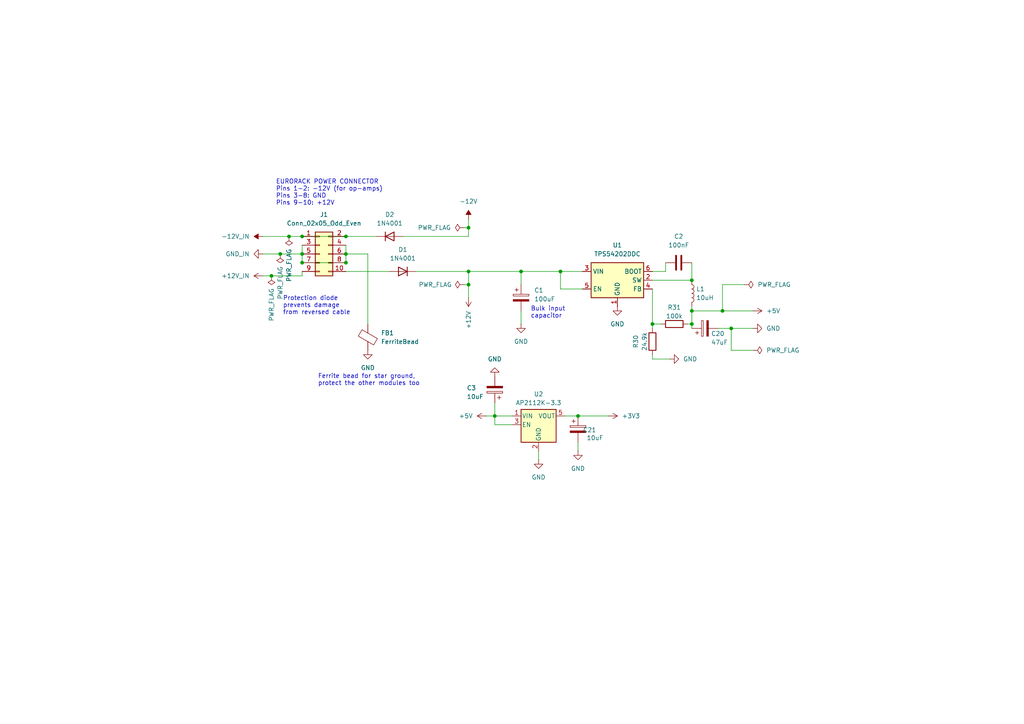
<source format=kicad_sch>
(kicad_sch (version 20250114) (generator "eeschema") (generator_version "9.0")
  (paper "A4")
  (title_block (title "SENGBARD - Power Supply") (date "2025-01-26") (rev "0.2") (comment 1 "Eurorack Power Input") (comment 2 "Buck Converters for 3.3V and 5V"))
  (lib_symbols
    (symbol "Connector_Generic:Conn_02x05_Odd_Even" (pin_names (offset 1.016) (hide yes))
      (property "Reference" "J" (at 1.27 7.62 0))
      (property "Value" "Conn_02x05_Odd_Even" (at 1.27 -7.62 0))
      (symbol "Conn_02x05_Odd_Even_1_1"
        (rectangle (start -1.27 6.35) (end 3.81 -6.35) (stroke (width 0.254)) (fill (type background)))
        (rectangle (start -1.27 5.207) (end 0 4.953) (stroke (width 0.1524)))
        (rectangle (start -1.27 2.667) (end 0 2.413) (stroke (width 0.1524)))
        (rectangle (start -1.27 0.127) (end 0 -0.127) (stroke (width 0.1524)))
        (rectangle (start -1.27 -2.413) (end 0 -2.667) (stroke (width 0.1524)))
        (rectangle (start -1.27 -4.953) (end 0 -5.207) (stroke (width 0.1524)))
        (rectangle (start 3.81 5.207) (end 2.54 4.953) (stroke (width 0.1524)))
        (rectangle (start 3.81 2.667) (end 2.54 2.413) (stroke (width 0.1524)))
        (rectangle (start 3.81 0.127) (end 2.54 -0.127) (stroke (width 0.1524)))
        (rectangle (start 3.81 -2.413) (end 2.54 -2.667) (stroke (width 0.1524)))
        (rectangle (start 3.81 -4.953) (end 2.54 -5.207) (stroke (width 0.1524)))
        (pin passive line (at -5.08 5.08 0) (length 3.81) (name "Pin_1") (number "1"))
        (pin passive line (at -5.08 2.54 0) (length 3.81) (name "Pin_3") (number "3"))
        (pin passive line (at -5.08 0 0) (length 3.81) (name "Pin_5") (number "5"))
        (pin passive line (at -5.08 -2.54 0) (length 3.81) (name "Pin_7") (number "7"))
        (pin passive line (at -5.08 -5.08 0) (length 3.81) (name "Pin_9") (number "9"))
        (pin passive line (at 7.62 5.08 180) (length 3.81) (name "Pin_2") (number "2"))
        (pin passive line (at 7.62 2.54 180) (length 3.81) (name "Pin_4") (number "4"))
        (pin passive line (at 7.62 0 180) (length 3.81) (name "Pin_6") (number "6"))
        (pin passive line (at 7.62 -2.54 180) (length 3.81) (name "Pin_8") (number "8"))
        (pin passive line (at 7.62 -5.08 180) (length 3.81) (name "Pin_10") (number "10"))
      )
    )
    (symbol "Device:C" (pin_numbers (hide yes)) (pin_names (offset 0.254))
      (property "Reference" "C" (at 0.635 2.54 0))
      (property "Value" "C" (at 0.635 -2.54 0))
      (symbol "C_0_1"
        (polyline (pts (xy -2.032 0.762) (xy 2.032 0.762)) (stroke (width 0.508)))
        (polyline (pts (xy -2.032 -0.762) (xy 2.032 -0.762)) (stroke (width 0.508)))
      )
      (symbol "C_1_1"
        (pin passive line (at 0 3.81 270) (length 2.794) (name "~") (number "1"))
        (pin passive line (at 0 -3.81 90) (length 2.794) (name "~") (number "2"))
      )
    )
    (symbol "Device:C_Polarized" (pin_numbers (hide yes)) (pin_names (offset 0.254))
      (property "Reference" "C" (at 0.635 2.54 0))
      (property "Value" "C_Polarized" (at 0.635 -2.54 0))
      (symbol "C_Polarized_0_1"
        (rectangle (start -2.286 0.508) (end 2.286 1.016))
        (polyline (pts (xy -1.778 2.286) (xy -0.762 2.286)))
        (polyline (pts (xy -1.27 2.794) (xy -1.27 1.778)))
        (rectangle (start 2.286 -0.508) (end -2.286 -1.016) (fill (type outline)))
      )
      (symbol "C_Polarized_1_1"
        (pin passive line (at 0 3.81 270) (length 2.794) (name "~") (number "1"))
        (pin passive line (at 0 -3.81 90) (length 2.794) (name "~") (number "2"))
      )
    )
    (symbol "Device:FerriteBead" (pin_numbers (hide yes)) (pin_names (offset 0))
      (property "Reference" "FB" (at -3.81 0.635 90))
      (property "Value" "FerriteBead" (at 3.81 0 90))
      (symbol "FerriteBead_0_1"
        (polyline (pts (xy -2.7686 0.4064) (xy -1.7018 2.2606) (xy 2.7686 -0.3048) (xy 1.6764 -2.159) (xy -2.7686 0.4064)))
        (polyline (pts (xy 0 1.27) (xy 0 1.2954)))
        (polyline (pts (xy 0 -1.27) (xy 0 -1.2192)))
      )
      (symbol "FerriteBead_1_1"
        (pin passive line (at 0 3.81 270) (length 2.54) (name "~") (number "1"))
        (pin passive line (at 0 -3.81 90) (length 2.54) (name "~") (number "2"))
      )
    )
    (symbol "Device:L" (pin_numbers (hide yes)) (pin_names (offset 1.016) (hide yes))
      (property "Reference" "L" (at -1.27 0 90))
      (property "Value" "L" (at 1.905 0 90))
      (symbol "L_0_1"
        (arc (start 0 2.54) (mid 0.6323 1.905) (end 0 1.27))
        (arc (start 0 1.27) (mid 0.6323 0.635) (end 0 0))
        (arc (start 0 0) (mid 0.6323 -0.635) (end 0 -1.27))
        (arc (start 0 -1.27) (mid 0.6323 -1.905) (end 0 -2.54))
      )
      (symbol "L_1_1"
        (pin passive line (at 0 3.81 270) (length 1.27) (name "1") (number "1"))
        (pin passive line (at 0 -3.81 90) (length 1.27) (name "2") (number "2"))
      )
    )
    (symbol "Device:R" (pin_numbers (hide yes)) (pin_names (offset 0))
      (property "Reference" "R" (at 2.032 0 90))
      (property "Value" "R" (at 0 0 90))
      (symbol "R_0_1"
        (rectangle (start -1.016 -2.54) (end 1.016 2.54) (stroke (width 0.254)))
      )
      (symbol "R_1_1"
        (pin passive line (at 0 3.81 270) (length 1.27) (name "~") (number "1"))
        (pin passive line (at 0 -3.81 90) (length 1.27) (name "~") (number "2"))
      )
    )
    (symbol "Diode:1N4001" (pin_numbers (hide yes)) (pin_names (hide yes))
      (property "Reference" "D" (at 0 2.54 0))
      (property "Value" "1N4001" (at 0 -2.54 0))
      (symbol "1N4001_0_1"
        (polyline (pts (xy -1.27 1.27) (xy -1.27 -1.27)) (stroke (width 0.254)))
        (polyline (pts (xy 1.27 1.27) (xy 1.27 -1.27) (xy -1.27 0) (xy 1.27 1.27)) (stroke (width 0.254)))
        (polyline (pts (xy 1.27 0) (xy -1.27 0)))
      )
      (symbol "1N4001_1_1"
        (pin passive line (at -3.81 0 0) (length 2.54) (name "K") (number "1"))
        (pin passive line (at 3.81 0 180) (length 2.54) (name "A") (number "2"))
      )
    )
    (symbol "GND_2" (power) (pin_numbers (hide yes)) (pin_names (offset 0) (hide yes))
      (property "Value" "GND" (at 0 -3.81 0))
      (symbol "GND_2_0_1"
        (polyline (pts (xy 0 0) (xy 0 -1.27) (xy 1.27 -1.27) (xy 0 -2.54) (xy -1.27 -1.27) (xy 0 -1.27)))
      )
      (symbol "GND_2_1_1"
        (pin power_in line (at 0 0 270) (length 0) (name "~") (number "1"))
      )
    )
    (symbol "GND_3" (power) (pin_numbers (hide yes)) (pin_names (offset 0) (hide yes))
      (property "Value" "GND" (at 0 -3.81 0))
      (symbol "GND_3_0_1"
        (polyline (pts (xy 0 0) (xy 0 -1.27) (xy 1.27 -1.27) (xy 0 -2.54) (xy -1.27 -1.27) (xy 0 -1.27)))
      )
      (symbol "GND_3_1_1"
        (pin power_in line (at 0 0 270) (length 0) (name "~") (number "1"))
      )
    )
    (symbol "Regulator_Linear:AP2112K-3.3" (pin_names (offset 0.254))
      (property "Reference" "U" (at -5.08 5.715 0))
      (property "Value" "AP2112K-3.3" (at 0 5.715 0))
      (symbol "AP2112K-3.3_0_1"
        (rectangle (start -5.08 4.445) (end 5.08 -5.08) (stroke (width 0.254)) (fill (type background)))
      )
      (symbol "AP2112K-3.3_1_1"
        (pin power_in line (at -7.62 2.54 0) (length 2.54) (name "VIN") (number "1"))
        (pin input line (at -7.62 0 0) (length 2.54) (name "EN") (number "3"))
        (pin power_in line (at 0 -7.62 90) (length 2.54) (name "GND") (number "2"))
        (pin no_connect line (at 5.08 0 180) (length 2.54) (hide yes) (name "NC") (number "4"))
        (pin power_out line (at 7.62 2.54 180) (length 2.54) (name "VOUT") (number "5"))
      )
    )
    (symbol "Regulator_Switching:TPS54202DDC"
      (property "Reference" "U" (at -7.62 6.35 0))
      (property "Value" "TPS54202DDC" (at 0 6.35 0))
      (symbol "TPS54202DDC_0_1"
        (rectangle (start -7.62 5.08) (end 7.62 -5.08) (stroke (width 0.254)) (fill (type background)))
      )
      (symbol "TPS54202DDC_1_1"
        (pin power_in line (at -10.16 2.54 0) (length 2.54) (name "VIN") (number "3"))
        (pin input line (at -10.16 -2.54 0) (length 2.54) (name "EN") (number "5"))
        (pin power_in line (at 0 -7.62 90) (length 2.54) (name "GND") (number "1"))
        (pin passive line (at 10.16 2.54 180) (length 2.54) (name "BOOT") (number "6"))
        (pin power_out line (at 10.16 0 180) (length 2.54) (name "SW") (number "2"))
        (pin input line (at 10.16 -2.54 180) (length 2.54) (name "FB") (number "4"))
      )
    )
    (symbol "power:+12V" (power) (pin_numbers (hide yes)) (pin_names (offset 0) (hide yes))
      (property "Value" "+12V" (at 0 3.556 0))
      (symbol "+12V_0_1"
        (polyline (pts (xy -0.762 1.27) (xy 0 2.54)))
        (polyline (pts (xy 0 2.54) (xy 0.762 1.27)))
        (polyline (pts (xy 0 0) (xy 0 2.54)))
      )
      (symbol "+12V_1_1"
        (pin power_in line (at 0 0 90) (length 0) (name "~") (number "1"))
      )
    )
    (symbol "power:+3V3" (power) (pin_numbers (hide yes)) (pin_names (offset 0) (hide yes))
      (property "Value" "+3V3" (at 0 3.556 0))
      (symbol "+3V3_0_1"
        (polyline (pts (xy -0.762 1.27) (xy 0 2.54)))
        (polyline (pts (xy 0 2.54) (xy 0.762 1.27)))
        (polyline (pts (xy 0 0) (xy 0 2.54)))
      )
      (symbol "+3V3_1_1"
        (pin power_in line (at 0 0 90) (length 0) (name "~") (number "1"))
      )
    )
    (symbol "power:+5V" (power) (pin_numbers (hide yes)) (pin_names (offset 0) (hide yes))
      (property "Value" "+5V" (at 0 3.556 0))
      (symbol "+5V_0_1"
        (polyline (pts (xy -0.762 1.27) (xy 0 2.54)))
        (polyline (pts (xy 0 2.54) (xy 0.762 1.27)))
        (polyline (pts (xy 0 0) (xy 0 2.54)))
      )
      (symbol "+5V_1_1"
        (pin power_in line (at 0 0 90) (length 0) (name "~") (number "1"))
      )
    )
    (symbol "power:-12V" (power) (pin_numbers (hide yes)) (pin_names (offset 0) (hide yes))
      (property "Value" "-12V" (at 0 3.556 0))
      (symbol "-12V_0_0"
        (pin power_in line (at 0 0 90) (length 0) (name "~") (number "1"))
      )
      (symbol "-12V_0_1"
        (polyline (pts (xy 0 0) (xy 0 1.27) (xy 0.762 1.27) (xy 0 2.54) (xy -0.762 1.27) (xy 0 1.27)) (fill (type outline)))
      )
    )
    (symbol "power:PWR_FLAG" (power) (pin_numbers (hide yes)) (pin_names (offset 0) (hide yes))
      (property "Value" "PWR_FLAG" (at 0 3.81 0))
      (symbol "PWR_FLAG_0_0"
        (pin power_out line (at 0 0 90) (length 0) (name "~") (number "1"))
      )
      (symbol "PWR_FLAG_0_1"
        (polyline (pts (xy 0 0) (xy 0 1.27) (xy -1.016 1.905) (xy 0 2.54) (xy 1.016 1.905) (xy 0 1.27)))
      )
    )
  )
  (text "Ferrite bead for star ground,\nprotect the other modules too" (at 92.202 110.236 0) (effects (font (size 1.27 1.27)) (justify left)))
  (text "EURORACK POWER CONNECTOR\nPins 1-2: -12V (for op-amps)\nPins 3-8: GND\nPins 9-10: +12V" (at 80.01 55.88 0) (effects (font (size 1.27 1.27)) (justify left)))
  (text "Bulk input\ncapacitor" (at 153.924 90.678 0) (effects (font (size 1.27 1.27)) (justify left)))
  (text "Protection diode\nprevents damage\nfrom reversed cable" (at 82.042 88.646 0) (effects (font (size 1.27 1.27)) (justify left)))
  (junction (at 87.63 68.58))
  (junction (at 135.89 78.74))
  (junction (at 83.82 68.58))
  (junction (at 200.66 81.28))
  (junction (at 200.66 93.98))
  (junction (at 87.63 73.66))
  (junction (at 78.74 80.01))
  (junction (at 87.63 76.2))
  (junction (at 100.33 68.58))
  (junction (at 167.64 120.65))
  (junction (at 162.56 78.74))
  (junction (at 143.51 120.65))
  (junction (at 100.33 76.2))
  (junction (at 135.89 66.04))
  (junction (at 151.13 78.74))
  (junction (at 100.33 73.66))
  (junction (at 135.89 82.55))
  (junction (at 189.23 93.98))
  (junction (at 212.09 95.25))
  (junction (at 209.55 90.17))
  (junction (at 81.28 73.66))
  (junction (at 200.66 90.17))
  (wire (pts (xy 209.55 82.55) (xy 209.55 90.17)))
  (wire (pts (xy 200.66 90.17) (xy 209.55 90.17)))
  (wire (pts (xy 134.62 66.04) (xy 135.89 66.04)))
  (wire (pts (xy 200.66 90.17) (xy 200.66 93.98)))
  (wire (pts (xy 120.65 78.74) (xy 135.89 78.74)))
  (wire (pts (xy 200.66 93.98) (xy 200.66 95.25)))
  (wire (pts (xy 100.33 78.74) (xy 113.03 78.74)))
  (wire (pts (xy 134.62 82.55) (xy 135.89 82.55)))
  (wire (pts (xy 135.89 86.36) (xy 135.89 82.55)))
  (wire (pts (xy 100.33 73.66) (xy 100.33 76.2)))
  (wire (pts (xy 156.21 130.81) (xy 156.21 133.35)))
  (wire (pts (xy 87.63 71.12) (xy 87.63 73.66)))
  (wire (pts (xy 163.83 120.65) (xy 167.64 120.65)))
  (wire (pts (xy 189.23 81.28) (xy 200.66 81.28)))
  (wire (pts (xy 167.64 120.65) (xy 176.53 120.65)))
  (wire (pts (xy 83.82 68.58) (xy 87.63 68.58)))
  (wire (pts (xy 143.51 123.19) (xy 143.51 120.65)))
  (wire (pts (xy 218.44 95.25) (xy 212.09 95.25)))
  (wire (pts (xy 200.66 76.2) (xy 200.66 81.28)))
  (wire (pts (xy 135.89 66.04) (xy 135.89 63.5)))
  (wire (pts (xy 218.44 101.6) (xy 212.09 101.6)))
  (wire (pts (xy 81.28 73.66) (xy 87.63 73.66)))
  (wire (pts (xy 76.2 80.01) (xy 78.74 80.01)))
  (wire (pts (xy 135.89 68.58) (xy 135.89 66.04)))
  (wire (pts (xy 87.63 73.66) (xy 87.63 76.2)))
  (wire (pts (xy 189.23 95.25) (xy 189.23 93.98)))
  (wire (pts (xy 189.23 78.74) (xy 193.04 78.74)))
  (wire (pts (xy 209.55 90.17) (xy 218.44 90.17)))
  (wire (pts (xy 215.9 82.55) (xy 209.55 82.55)))
  (wire (pts (xy 100.33 71.12) (xy 100.33 73.66)))
  (wire (pts (xy 135.89 78.74) (xy 151.13 78.74)))
  (wire (pts (xy 199.39 93.98) (xy 200.66 93.98)))
  (wire (pts (xy 162.56 78.74) (xy 168.91 78.74)))
  (wire (pts (xy 212.09 101.6) (xy 212.09 95.25)))
  (wire (pts (xy 106.68 93.98) (xy 106.68 73.66)))
  (wire (pts (xy 168.91 83.82) (xy 162.56 83.82)))
  (wire (pts (xy 189.23 93.98) (xy 191.77 93.98)))
  (wire (pts (xy 100.33 76.2) (xy 87.63 76.2)))
  (wire (pts (xy 87.63 68.58) (xy 100.33 68.58)))
  (wire (pts (xy 194.31 104.14) (xy 189.23 104.14)))
  (wire (pts (xy 76.2 68.58) (xy 83.82 68.58)))
  (wire (pts (xy 189.23 104.14) (xy 189.23 102.87)))
  (wire (pts (xy 87.63 80.01) (xy 87.63 78.74)))
  (wire (pts (xy 151.13 90.17) (xy 151.13 93.98)))
  (wire (pts (xy 116.84 68.58) (xy 135.89 68.58)))
  (wire (pts (xy 143.51 116.84) (xy 143.51 120.65)))
  (wire (pts (xy 143.51 120.65) (xy 148.59 120.65)))
  (wire (pts (xy 212.09 95.25) (xy 208.28 95.25)))
  (wire (pts (xy 148.59 123.19) (xy 143.51 123.19)))
  (wire (pts (xy 162.56 83.82) (xy 162.56 78.74)))
  (wire (pts (xy 78.74 80.01) (xy 87.63 80.01)))
  (wire (pts (xy 135.89 78.74) (xy 135.89 82.55)))
  (wire (pts (xy 200.66 88.9) (xy 200.66 90.17)))
  (wire (pts (xy 106.68 73.66) (xy 100.33 73.66)))
  (wire (pts (xy 193.04 76.2) (xy 193.04 78.74)))
  (wire (pts (xy 151.13 78.74) (xy 151.13 82.55)))
  (wire (pts (xy 189.23 93.98) (xy 189.23 83.82)))
  (wire (pts (xy 100.33 68.58) (xy 109.22 68.58)))
  (wire (pts (xy 151.13 78.74) (xy 162.56 78.74)))
  (wire (pts (xy 140.97 120.65) (xy 143.51 120.65)))
  (wire (pts (xy 76.2 73.66) (xy 81.28 73.66)))
  (wire (pts (xy 167.64 128.27) (xy 167.64 130.81)))
  (symbol (lib_id "Connector_Generic:Conn_02x05_Odd_Even") (at 92.71 73.66 0) (unit 1)
    (property "Reference" "J1" (at 93.98 62.23 0))
    (property "Value" "Conn_02x05_Odd_Even" (at 93.98 64.77 0))
    (property "Footprint" "Connector_IDC:IDC-Header_2x05_P2.54mm_Vertical" (effects (hide yes)))
    (property "Description" "Generic connector, double row, 02x05, odd/even pin numbering scheme (row 1 odd numbers, row 2 even numbers), script generated (kicad-library-utils/schlib/autogen/connector/)" (effects (hide yes)))
  )
  (symbol (lib_id "Device:C") (at 196.85 76.2 90) (unit 1)
    (property "Reference" "C2" (at 196.85 68.58 90))
    (property "Value" "100nF" (at 196.85 71.12 90))
    (property "Footprint" "Capacitor_SMD:C_0603_1608Metric" (effects (hide yes)))
    (property "Description" "Unpolarized capacitor" (effects (hide yes)))
  )
  (symbol (lib_name "GND_3") (lib_id "power:GND") (at 179.07 88.9 0) (unit 1)
    (property "Reference" "#PWR057" (effects (hide yes)))
    (property "Value" "GND" (at 179.07 93.98 0))
    (property "Description" "Power symbol creates a global label with name \"GND\" , ground" (effects (hide yes)))
  )
  (symbol (lib_name "GND_3") (lib_id "power:GND") (at 167.64 130.81 0) (unit 1)
    (property "Reference" "#PWR077" (effects (hide yes)))
    (property "Value" "GND" (at 167.64 135.89 0))
    (property "Description" "Power symbol creates a global label with name \"GND\" , ground" (effects (hide yes)))
  )
  (symbol (lib_id "power:+3V3") (at 176.53 120.65 270) (unit 1)
    (property "Reference" "#PWR064" (effects (hide yes)))
    (property "Value" "+3V3" (at 180.34 120.6499 90) (effects (justify left)))
    (property "Description" "Power symbol creates a global label with name \"+3V3\"" (effects (hide yes)))
  )
  (symbol (lib_id "power:PWR_FLAG") (at 218.44 101.6 270) (unit 1)
    (property "Reference" "#FLG07" (effects (hide yes)))
    (property "Value" "PWR_FLAG" (at 222.25 101.5999 90) (effects (justify left)))
    (property "Description" "Special symbol for telling ERC where power comes from" (effects (hide yes)))
  )
  (symbol (lib_id "power:PWR_FLAG") (at 83.82 68.58 180) (unit 1)
    (property "Reference" "#FLG06" (effects (hide yes)))
    (property "Value" "PWR_FLAG" (at 83.82 76.962 90))
    (property "Description" "Special symbol for telling ERC where power comes from" (effects (hide yes)))
  )
  (symbol (lib_name "GND_3") (lib_id "power:GND") (at 106.68 101.6 0) (unit 1)
    (property "Reference" "#PWR069" (effects (hide yes)))
    (property "Value" "GND" (at 106.68 106.68 0))
    (property "Description" "Power symbol creates a global label with name \"GND\" , ground" (effects (hide yes)))
  )
  (symbol (lib_name "GND_3") (lib_id "power:GND") (at 156.21 133.35 0) (unit 1)
    (property "Reference" "#PWR063" (effects (hide yes)))
    (property "Value" "GND" (at 156.21 138.43 0))
    (property "Description" "Power symbol creates a global label with name \"GND\" , ground" (effects (hide yes)))
  )
  (symbol (lib_id "Regulator_Switching:TPS54202DDC") (at 179.07 81.28 0) (unit 1)
    (property "Reference" "U1" (at 179.07 71.12 0))
    (property "Value" "TPS54202DDC" (at 179.07 73.66 0))
    (property "Footprint" "Package_TO_SOT_SMD:SOT-23-6" (effects (hide yes)))
    (property "Datasheet" "http://www.ti.com/lit/ds/symlink/tps54202.pdf" (effects (hide yes)))
    (property "Description" "2A, 4.5 to 28V Input, EMI Friendly integrated switch synchronous step-down regulator, pulse-skipping, SOT-23-6" (effects (hide yes)))
  )
  (symbol (lib_id "Diode:1N4001") (at 113.03 68.58 0) (unit 1)
    (property "Reference" "D2" (at 113.03 62.23 0))
    (property "Value" "1N4001" (at 113.03 64.77 0))
    (property "Footprint" "Diode_THT:D_DO-41_SOD81_P10.16mm_Horizontal" (effects (hide yes)))
    (property "Datasheet" "http://www.vishay.com/docs/88503/1n4001.pdf" (effects (hide yes)))
    (property "Description" "50V 1A General Purpose Rectifier Diode, DO-41" (effects (hide yes)))
    (property "Sim.Device" "D" (effects (hide yes)))
    (property "Sim.Pins" "1=K 2=A" (effects (hide yes)))
  )
  (symbol (lib_id "power:+5V") (at 218.44 90.17 270) (unit 1)
    (property "Reference" "#PWR061" (effects (hide yes)))
    (property "Value" "+5V" (at 222.25 90.1699 90) (effects (justify left)))
    (property "Description" "Power symbol creates a global label with name \"+5V\"" (effects (hide yes)))
  )
  (symbol (lib_name "GND_3") (lib_id "power:GND") (at 194.31 104.14 90) (unit 1)
    (property "Reference" "#PWR058" (effects (hide yes)))
    (property "Value" "GND" (at 198.12 104.1399 90) (effects (justify right)))
    (property "Description" "Power symbol creates a global label with name \"GND\" , ground" (effects (hide yes)))
  )
  (symbol (lib_id "Device:FerriteBead") (at 106.68 97.79 180) (unit 1)
    (property "Reference" "FB1" (at 110.49 96.5707 0) (effects (justify right)))
    (property "Value" "FerriteBead" (at 110.49 99.1107 0) (effects (justify right)))
    (property "Footprint" "Inductor_SMD:L_Eaton_MCL2012V1" (effects (hide yes)))
    (property "Description" "Ferrite bead" (effects (hide yes)))
  )
  (symbol (lib_id "power:PWR_FLAG") (at 134.62 66.04 90) (unit 1)
    (property "Reference" "#FLG02" (effects (hide yes)))
    (property "Value" "PWR_FLAG" (at 130.81 66.0399 90) (effects (justify left)))
    (property "Description" "Special symbol for telling ERC where power comes from" (effects (hide yes)))
  )
  (symbol (lib_id "Device:C_Polarized") (at 143.51 113.03 180) (unit 1)
    (property "Reference" "C3" (at 135.382 112.522 0) (effects (justify right)))
    (property "Value" "10uF" (at 135.382 115.062 0) (effects (justify right)))
    (property "Footprint" "Capacitor_SMD:C_0805_2012Metric" (effects (hide yes)))
    (property "Description" "Polarized capacitor" (effects (hide yes)))
  )
  (symbol (lib_name "GND_2") (lib_id "power:GND") (at 76.2 73.66 270) (unit 1)
    (property "Reference" "#PWR054" (effects (hide yes)))
    (property "Value" "GND_IN" (at 72.39 73.6599 90) (effects (justify right)))
    (property "Description" "Power symbol creates a global label with name \"GND\" , ground" (effects (hide yes)))
  )
  (symbol (lib_id "power:PWR_FLAG") (at 81.28 73.66 180) (unit 1)
    (property "Reference" "#FLG05" (effects (hide yes)))
    (property "Value" "PWR_FLAG" (at 81.28 82.042 90))
    (property "Description" "Special symbol for telling ERC where power comes from" (effects (hide yes)))
  )
  (symbol (lib_name "GND_3") (lib_id "power:GND") (at 151.13 93.98 0) (unit 1)
    (property "Reference" "#PWR059" (effects (hide yes)))
    (property "Value" "GND" (at 151.13 99.06 0))
    (property "Description" "Power symbol creates a global label with name \"GND\" , ground" (effects (hide yes)))
  )
  (symbol (lib_id "Device:L") (at 200.66 85.09 0) (unit 1)
    (property "Reference" "L1" (at 201.93 83.8199 0) (effects (justify left)))
    (property "Value" "10uH" (at 201.93 86.3599 0) (effects (justify left)))
    (property "Footprint" "Inductor_SMD:L_0201_0603Metric_Pad0.64x0.40mm_HandSolder" (effects (hide yes)))
    (property "Description" "Inductor" (effects (hide yes)))
  )
  (symbol (lib_id "Device:C_Polarized") (at 167.64 124.46 0) (unit 1)
    (property "Reference" "C21" (at 172.974 124.714 0) (effects (justify right)))
    (property "Value" "10uF" (at 175.006 127 0) (effects (justify right)))
    (property "Footprint" "Capacitor_SMD:C_0805_2012Metric" (effects (hide yes)))
    (property "Description" "Polarized capacitor" (effects (hide yes)))
  )
  (symbol (lib_id "power:+12V") (at 135.89 86.36 180) (unit 1)
    (property "Reference" "#PWR056" (effects (hide yes)))
    (property "Value" "+12V" (at 135.8901 90.17 90) (effects (justify left)))
    (property "Description" "Power symbol creates a global label with name \"+12V\"" (effects (hide yes)))
  )
  (symbol (lib_id "Device:C_Polarized") (at 204.47 95.25 90) (unit 1)
    (property "Reference" "C20" (at 206.248 96.774 90) (effects (justify right)))
    (property "Value" "47uF" (at 206.248 99.314 90) (effects (justify right)))
    (property "Footprint" "Capacitor_SMD:C_1206_3216Metric" (effects (hide yes)))
    (property "Description" "Polarized capacitor" (effects (hide yes)))
  )
  (symbol (lib_id "Diode:1N4001") (at 116.84 78.74 180) (unit 1)
    (property "Reference" "D1" (at 116.84 72.39 0))
    (property "Value" "1N4001" (at 116.84 74.93 0))
    (property "Footprint" "Diode_THT:D_DO-41_SOD81_P10.16mm_Horizontal" (effects (hide yes)))
    (property "Datasheet" "http://www.vishay.com/docs/88503/1n4001.pdf" (effects (hide yes)))
    (property "Description" "50V 1A General Purpose Rectifier Diode, DO-41" (effects (hide yes)))
    (property "Sim.Device" "D" (effects (hide yes)))
    (property "Sim.Pins" "1=K 2=A" (effects (hide yes)))
  )
  (symbol (lib_id "power:+12V") (at 76.2 80.01 90) (unit 1)
    (property "Reference" "#PWR053" (effects (hide yes)))
    (property "Value" "+12V_IN" (at 72.39 80.0099 90) (effects (justify left)))
    (property "Description" "Power symbol creates a global label with name \"+12V\"" (effects (hide yes)))
  )
  (symbol (lib_id "Device:R") (at 189.23 99.06 0) (unit 1)
    (property "Reference" "R30" (at 184.404 99.06 90))
    (property "Value" "24.9k" (at 186.944 99.06 90))
    (property "Footprint" "Resistor_SMD:R_0201_0603Metric_Pad0.64x0.40mm_HandSolder" (effects (hide yes)))
    (property "Description" "Resistor" (effects (hide yes)))
  )
  (symbol (lib_id "power:+5V") (at 140.97 120.65 90) (unit 1)
    (property "Reference" "#PWR060" (effects (hide yes)))
    (property "Value" "+5V" (at 137.16 120.6499 90) (effects (justify left)))
    (property "Description" "Power symbol creates a global label with name \"+5V\"" (effects (hide yes)))
  )
  (symbol (lib_id "power:PWR_FLAG") (at 215.9 82.55 270) (unit 1)
    (property "Reference" "#FLG03" (effects (hide yes)))
    (property "Value" "PWR_FLAG" (at 219.71 82.5499 90) (effects (justify left)))
    (property "Description" "Special symbol for telling ERC where power comes from" (effects (hide yes)))
  )
  (symbol (lib_id "Device:C_Polarized") (at 151.13 86.36 0) (unit 1)
    (property "Reference" "C1" (at 154.94 84.2009 0) (effects (justify left)))
    (property "Value" "100uF" (at 154.94 86.7409 0) (effects (justify left)))
    (property "Footprint" "Capacitor_SMD:C_1206_3216Metric" (effects (hide yes)))
    (property "Description" "Polarized capacitor" (effects (hide yes)))
  )
  (symbol (lib_id "Device:R") (at 195.58 93.98 270) (unit 1)
    (property "Reference" "R31" (at 195.58 89.154 90))
    (property "Value" "100k" (at 195.58 91.694 90))
    (property "Footprint" "Resistor_SMD:R_0201_0603Metric_Pad0.64x0.40mm_HandSolder" (effects (hide yes)))
    (property "Description" "Resistor" (effects (hide yes)))
  )
  (symbol (lib_name "GND_3") (lib_id "power:GND") (at 218.44 95.25 90) (unit 1)
    (property "Reference" "#PWR05" (effects (hide yes)))
    (property "Value" "GND" (at 222.25 95.2499 90) (effects (justify right)))
    (property "Description" "Power symbol creates a global label with name \"GND\" , ground" (effects (hide yes)))
  )
  (symbol (lib_id "power:PWR_FLAG") (at 134.62 82.55 90) (unit 1)
    (property "Reference" "#FLG01" (effects (hide yes)))
    (property "Value" "PWR_FLAG" (at 126.238 82.55 90))
    (property "Description" "Special symbol for telling ERC where power comes from" (effects (hide yes)))
  )
  (symbol (lib_id "power:-12V") (at 76.2 68.58 90) (unit 1)
    (property "Reference" "#PWR067" (effects (hide yes)))
    (property "Value" "-12V_IN" (at 72.39 68.5799 90) (effects (justify left)))
    (property "Description" "Power symbol creates a global label with name \"-12V\"" (effects (hide yes)))
  )
  (symbol (lib_name "GND_3") (lib_id "power:GND") (at 143.51 109.22 180) (unit 1)
    (property "Reference" "#PWR062" (effects (hide yes)))
    (property "Value" "GND" (at 143.51 104.14 0))
    (property "Description" "Power symbol creates a global label with name \"GND\" , ground" (effects (hide yes)))
  )
  (symbol (lib_id "power:PWR_FLAG") (at 78.74 80.01 180) (unit 1)
    (property "Reference" "#FLG04" (effects (hide yes)))
    (property "Value" "PWR_FLAG" (at 78.74 88.392 90))
    (property "Description" "Special symbol for telling ERC where power comes from" (effects (hide yes)))
  )
  (symbol (lib_id "Regulator_Linear:AP2112K-3.3") (at 156.21 123.19 0) (unit 1)
    (property "Reference" "U2" (at 156.21 114.3 0))
    (property "Value" "AP2112K-3.3" (at 156.21 116.84 0))
    (property "Footprint" "Package_TO_SOT_SMD:SOT-23-5" (effects (hide yes)))
    (property "Datasheet" "https://www.diodes.com/assets/Datasheets/AP2112.pdf" (effects (hide yes)))
    (property "Description" "600mA low dropout linear regulator, with enable pin, 3.8V-6V input voltage range, 3.3V fixed positive output, SOT-23-5" (effects (hide yes)))
  )
  (symbol (lib_id "power:-12V") (at 135.89 63.5 0) (unit 1)
    (property "Reference" "#PWR068" (effects (hide yes)))
    (property "Value" "-12V" (at 135.89 58.42 0))
    (property "Description" "Power symbol creates a global label with name \"-12V\"" (effects (hide yes)))
  )
)
</source>
